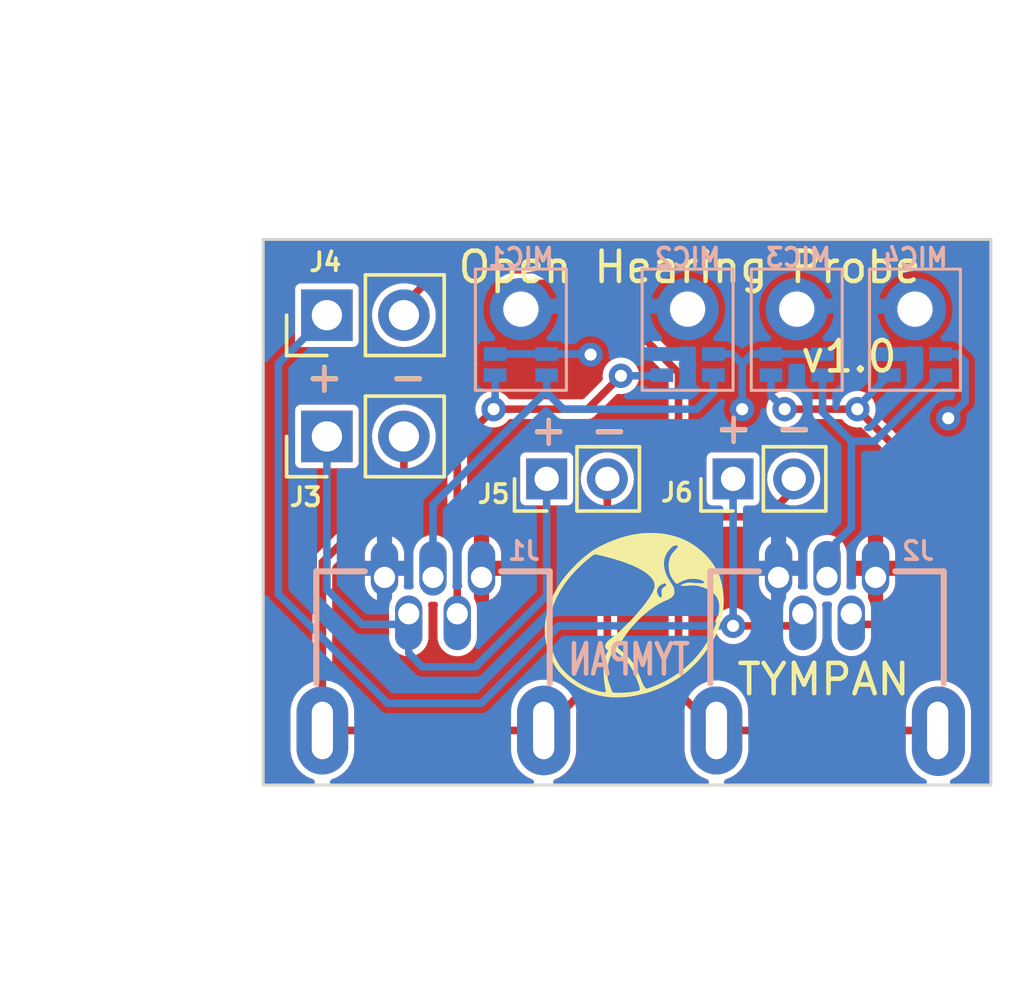
<source format=kicad_pcb>
(kicad_pcb (version 20240108) (generator "pcbnew") (generator_version "8.0")
  (layers (0 "F.Cu" signal) (31 "B.Cu" signal) (34 "B.Paste" user) (35 "F.Paste" user) (36 "B.SilkS" user "B.Silkscreen") (37 "F.SilkS" user "F.Silkscreen") (38 "B.Mask" user) (39 "F.Mask" user) (44 "Edge.Cuts" user))
  (net 0 "")
  (net 1 "VDD")
  (net 2 "/CLK_1")
  (net 3 "/DAT_1")
  (net 4 "/SPK1+")
  (net 5 "/SPK1-")
  (net 6 "GND")
  (net 7 "/CLK_2")
  (net 8 "/DAT_2")
  (net 9 "/SPK2+")
  (net 10 "/SPK2-")
  (footprint "Connector_PinHeader_2.54mm:PinHeader_1x02_P2.54mm_Vertical" (layer "F.Cu") (at 121.6 101.5 90)
    (property "Reference" "J3" (at -2 -0.7 0) (layer "F.SilkS") (effects (font (size 0.6 0.6) (thickness 0.125))))
    (property "Value" "Speaker_1")
    (fp_line (start -1.33 -1.33) (end 0 -1.33) (stroke (width 0.12)) (layer "F.SilkS"))
    (fp_line (start -1.33 0) (end -1.33 -1.33) (stroke (width 0.12)) (layer "F.SilkS"))
    (fp_line (start 1.33 1.27) (end 1.33 3.87) (stroke (width 0.12)) (layer "F.SilkS"))
    (fp_line (start -1.33 1.27) (end 1.33 1.27) (stroke (width 0.12)) (layer "F.SilkS"))
    (fp_line (start -1.33 1.27) (end -1.33 3.87) (stroke (width 0.12)) (layer "F.SilkS"))
    (fp_line (start -1.33 3.87) (end 1.33 3.87) (stroke (width 0.12)) (layer "F.SilkS"))
    (pad "1" thru_hole rect (at 0 0 90) (size 1.7 1.7) (drill 1) (layers "*.Cu" "*.Mask") (net 4 "/SPK1+"))
    (pad "2" thru_hole oval (at 0 2.54 90) (size 1.7 1.7) (drill 1) (layers "*.Cu" "*.Mask") (net 5 "/SPK1-"))
  )
  (footprint "Connector_PinHeader_2.00mm:PinHeader_1x02_P2.00mm_Vertical" (layer "F.Cu") (at 135 102.9 90)
    (property "Reference" "J6" (at -0.45 -1.85 0) (layer "F.SilkS") (effects (font (size 0.6 0.6) (thickness 0.125) (bold yes))))
    (property "Value" "Speaker_2")
    (fp_line (start -1.06 -1.06) (end 0 -1.06) (stroke (width 0.12)) (layer "F.SilkS"))
    (fp_line (start -1.06 0) (end -1.06 -1.06) (stroke (width 0.12)) (layer "F.SilkS"))
    (fp_line (start 1.06 1) (end 1.06 3.06) (stroke (width 0.12)) (layer "F.SilkS"))
    (fp_line (start -1.06 1) (end 1.06 1) (stroke (width 0.12)) (layer "F.SilkS"))
    (fp_line (start -1.06 1) (end -1.06 3.06) (stroke (width 0.12)) (layer "F.SilkS"))
    (fp_line (start -1.06 3.06) (end 1.06 3.06) (stroke (width 0.12)) (layer "F.SilkS"))
    (pad "1" thru_hole rect (at 0 0 90) (size 1.35 1.35) (drill 0.8) (layers "*.Cu" "*.Mask") (net 9 "/SPK2+"))
    (pad "2" thru_hole oval (at 0 2 90) (size 1.35 1.35) (drill 0.8) (layers "*.Cu" "*.Mask") (net 10 "/SPK2-"))
  )
  (footprint "Connector_PinHeader_2.00mm:PinHeader_1x02_P2.00mm_Vertical" (layer "F.Cu") (at 128.85 102.9 90)
    (property "Reference" "J5" (at -0.5 -1.75 0) (layer "F.SilkS") (effects (font (size 0.6 0.6) (thickness 0.125) (bold yes))))
    (property "Value" "Speaker_1")
    (fp_line (start -1.06 -1.06) (end 0 -1.06) (stroke (width 0.12)) (layer "F.SilkS"))
    (fp_line (start -1.06 0) (end -1.06 -1.06) (stroke (width 0.12)) (layer "F.SilkS"))
    (fp_line (start 1.06 1) (end 1.06 3.06) (stroke (width 0.12)) (layer "F.SilkS"))
    (fp_line (start -1.06 1) (end 1.06 1) (stroke (width 0.12)) (layer "F.SilkS"))
    (fp_line (start -1.06 1) (end -1.06 3.06) (stroke (width 0.12)) (layer "F.SilkS"))
    (fp_line (start -1.06 3.06) (end 1.06 3.06) (stroke (width 0.12)) (layer "F.SilkS"))
    (pad "1" thru_hole rect (at 0 0 90) (size 1.35 1.35) (drill 0.8) (layers "*.Cu" "*.Mask") (net 4 "/SPK1+"))
    (pad "2" thru_hole oval (at 0 2 90) (size 1.35 1.35) (drill 0.8) (layers "*.Cu" "*.Mask") (net 5 "/SPK1-"))
  )
  (footprint "Flywheel:TympanLOGO_6" (layer "F.Cu") (at 131.75 107.4)
    (property "Reference" "G***" (hide yes))
    (property "Value" "LOGO" (hide yes))
    (fp_poly (pts (xy 0.625452 -2.714662) (xy 0.700276 -2.712942) (xy 0.767831 -2.709851) (xy 0.830715 -2.705162) (xy 0.891531 -2.698647) (xy 0.952876 -2.690078) (xy 1.017351 -2.679228) (xy 1.073899 -2.668564) (xy 1.191339 -2.643439) (xy 1.300998 -2.615267) (xy 1.406459 -2.582882) (xy 1.5113 -2.545115) (xy 1.619103 -2.5008) (xy 1.700418 -2.46425) (xy 1.777306 -2.425317) (xy 1.860789 -2.376839) (xy 1.950042 -2.31933) (xy 2.044237 -2.253303) (xy 2.069259 -2.234935) (xy 2.193161 -2.13627) (xy 2.309343 -2.029796) (xy 2.41718 -1.916355) (xy 2.516047 -1.796791) (xy 2.605321 -1.671945) (xy 2.684376 -1.542661) (xy 2.752588 -1.409781) (xy 2.809331 -1.274148) (xy 2.833997 -1.203125) (xy 2.857954 -1.1202) (xy 2.879683 -1.027726) (xy 2.898807 -0.928519) (xy 2.914951 -0.825393) (xy 2.92774 -0.721162) (xy 2.936797 -0.618641) (xy 2.941746 -0.520643) (xy 2.942212 -0.429983) (xy 2.941224 -0.4) (xy 2.933538 -0.28294) (xy 2.921032 -0.164111) (xy 2.904209 -0.047013) (xy 2.88357 0.064858) (xy 2.859927 0.166814) (xy 2.821461 0.299835) (xy 2.775834 0.431424) (xy 2.724057 0.559172) (xy 2.667141 0.68067) (xy 2.606098 0.79351) (xy 2.575717 0.84375) (xy 2.558787 0.871088) (xy 2.538981 0.903647) (xy 2.519692 0.935831) (xy 2.513159 0.946875) (xy 2.468111 1.020115) (xy 2.415967 1.099246) (xy 2.358677 1.181532) (xy 2.298192 1.264235) (xy 2.236464 1.344619) (xy 2.179044 1.415625) (xy 2.129504 1.472702) (xy 2.071675 1.535092) (xy 2.007506 1.600935) (xy 1.938946 1.668368) (xy 1.867945 1.73553) (xy 1.796451 1.80056) (xy 1.726414 1.861594) (xy 1.659782 1.916773) (xy 1.628526 1.94145) (xy 1.476693 2.052273) (xy 1.315488 2.157023) (xy 1.147022 2.254573) (xy 0.973405 2.343794) (xy 0.796749 2.423557) (xy 0.619165 2.492735) (xy 0.556387 2.514504) (xy 0.521338 2.526168) (xy 0.489593 2.53647) (xy 0.459582 2.545824) (xy 0.429736 2.554644) (xy 0.398484 2.563344) (xy 0.364257 2.572337) (xy 0.325485 2.582038) (xy 0.280598 2.592861) (xy 0.228025 2.605219) (xy 0.166198 2.619526) (xy 0.103097 2.63401) (xy -0.002233 2.656665) (xy -0.101351 2.674703) (xy -0.197697 2.688523) (xy -0.294711 2.698523) (xy -0.395835 2.7051) (xy -0.50451 2.708655) (xy -0.54701 2.70928) (xy -0.595303 2.709695) (xy -0.640466 2.709907) (xy -0.680725 2.709922) (xy -0.714306 2.709745) (xy -0.739433 2.709382) (xy -0.754332 2.708838) (xy -0.756436 2.708653) (xy -0.770316 2.707125) (xy -0.793819 2.704664) (xy -0.824126 2.701562) (xy -0.858416 2.698107) (xy -0.874093 2.696545) (xy -1.043216 2.673507) (xy -1.21075 2.638272) (xy -1.376052 2.59111) (xy -1.538482 2.532288) (xy -1.697399 2.462073) (xy -1.852159 2.380735) (xy -2.002123 2.288541) (xy -2.146649 2.185759) (xy -2.203664 2.141039) (xy -2.257846 2.095325) (xy -2.315941 2.042767) (xy -2.37477 1.986448) (xy -2.431153 1.929453) (xy -2.48191 1.874866) (xy -2.503707 1.85) (xy -2.538178 1.80629) (xy -2.575537 1.752782) (xy -2.614626 1.691503) (xy -2.654288 1.624482) (xy -2.693366 1.553747) (xy -2.730702 1.481329) (xy -2.76514 1.409255) (xy -2.795523 1.339553) (xy -2.797211 1.335443) (xy -2.847928 1.197103) (xy -2.890074 1.051793) (xy -2.923145 0.902097) (xy -2.946634 0.750596) (xy -2.960037 0.599874) (xy -2.963167 0.4875) (xy -2.962394 0.443323) (xy -2.826103 0.443323) (xy -2.823534 0.592376) (xy -2.809896 0.742573) (xy -2.785389 0.892799) (xy -2.750211 1.041933) (xy -2.704562 1.18886) (xy -2.64864 1.332459) (xy -2.582645 1.471615) (xy -2.552746 1.52708) (xy -2.516734 1.58983) (xy -2.482926 1.644632) (xy -2.44943 1.693925) (xy -2.414357 1.740145) (xy -2.375815 1.785729) (xy -2.331913 1.833115) (xy -2.28076 1.88474) (xy -2.258013 1.90696) (xy -2.134195 2.019163) (xy -2.004698 2.120941) (xy -1.868749 2.212772) (xy -1.725579 2.295134) (xy -1.574414 2.368504) (xy -1.414483 2.433359) (xy -1.397219 2.43967) (xy -1.349597 2.455913) (xy -1.298447 2.471614) (xy -1.24544 2.486414) (xy -1.192248 2.499953) (xy -1.140545 2.511871) (xy -1.092001 2.521808) (xy -1.04829 2.529405) (xy -1.011083 2.534302) (xy -0.982054 2.536139) (xy -0.962874 2.534556) (xy -0.960123 2.533706) (xy -0.953078 2.525201) (xy -0.950587 2.506546) (xy -0.952661 2.477303) (xy -0.95931 2.437036) (xy -0.96304 2.41875) (xy -0.986757 2.288007) (xy -1.004722 2.146199) (xy -1.016936 1.993313) (xy -1.019222 1.93855) (xy -0.8969 1.93855) (xy -0.895737 1.987443) (xy -0.893371 2.03002) (xy -0.889776 2.063493) (xy -0.888925 2.06875) (xy -0.883423 2.0941) (xy -0.874576 2.12736) (xy -0.862974 2.166846) (xy -0.849206 2.210876) (xy -0.833862 2.257767) (xy -0.817533 2.305834) (xy -0.800807 2.353395) (xy -0.784276 2.398766) (xy -0.76853 2.440264) (xy -0.754157 2.476207) (xy -0.741749 2.504909) (xy -0.731895 2.52469) (xy -0.726207 2.533) (xy -0.711535 2.542945) (xy -0.693131 2.549991) (xy -0.693112 2.549995) (xy -0.678365 2.551879) (xy -0.653132 2.553362) (xy -0.61942 2.554443) (xy -0.579239 2.555126) (xy -0.534599 2.55541) (xy -0.487508 2.555298) (xy -0.439976 2.554789) (xy -0.394012 2.553887) (xy -0.351625 2.552591) (xy -0.314824 2.550903) (xy -0.296948 2.549753) (xy -0.242694 2.545185) (xy -0.186542 2.539417) (xy -0.129947 2.532691) (xy -0.074367 2.525247) (xy -0.021261 2.517323) (xy 0.027916 2.509161) (xy 0.071706 2.500999) (xy 0.108652 2.493078) (xy 0.137296 2.485637) (xy 0.156181 2.478917) (xy 0.163459 2.473971) (xy 0.171113 2.456653) (xy 0.173167 2.434997) (xy 0.169698 2.406236) (xy 0.165866 2.388106) (xy 0.146557 2.316003) (xy 0.120572 2.236126) (xy 0.088857 2.150608) (xy 0.05236 2.061586) (xy 0.012025 1.971192) (xy -0.0312 1.881562) (xy -0.07637 1.79483) (xy -0.122537 1.71313) (xy -0.161367 1.65) (xy -0.206247 1.583445) (xy -0.251455 1.523698) (xy -0.299035 1.468616) (xy -0.351031 1.416058) (xy -0.40949 1.36388) (xy -0.476457 1.30994) (xy -0.51103 1.283686) (xy -0.631338 1.19375) (xy -0.670444 1.193845) (xy -0.692125 1.19459) (xy -0.709058 1.196431) (xy -0.716575 1.198533) (xy -0.723359 1.20695) (xy -0.733753 1.224661) (xy -0.746636 1.249386) (xy -0.760891 1.278848) (xy -0.775398 1.310768) (xy -0.789039 1.342868) (xy -0.795794 1.359845) (xy -0.83376 1.468303) (xy -0.862572 1.574531) (xy -0.883483 1.683231) (xy -0.885552 1.696875) (xy -0.890026 1.735548) (xy -0.893423 1.78184) (xy -0.895718 1.832962) (xy -0.896885 1.886127) (xy -0.8969 1.93855) (xy -1.019222 1.93855) (xy -1.022918 1.85) (xy -1.024188 1.7661) (xy -1.023239 1.69226) (xy -1.0198 1.626192) (xy -1.0136 1.565607) (xy -1.004367 1.508218) (xy -0.991831 1.451736) (xy -0.975721 1.393875) (xy -0.964828 1.359375) (xy -0.952247 1.325441) (xy -0.935474 1.286408) (xy -0.916546 1.246574) (xy -0.897503 1.210242) (xy -0.881155 1.182875) (xy -0.867816 1.162626) (xy -0.882809 1.156928) (xy -0.908374 1.141544) (xy -0.93256 1.117027) (xy -0.95318 1.086717) (xy -0.968051 1.053953) (xy -0.968705 1.050946) (xy -0.553109 1.050946) (xy -0.549553 1.065913) (xy -0.536684 1.083788) (xy -0.52707 1.094436) (xy -0.507848 1.113629) (xy -0.48317 1.136349) (xy -0.457503 1.158526) (xy -0.450111 1.164598) (xy -0.427267 1.183681) (xy -0.398382 1.208706) (xy -0.36533 1.237962) (xy -0.329987 1.269738) (xy -0.294229 1.302322) (xy -0.25993 1.334003) (xy -0.228966 1.363068) (xy -0.203211 1.387806) (xy -0.184542 1.406506) (xy -0.181104 1.410141) (xy -0.122293 1.478335) (xy -0.06624 1.553599) (xy -0.012314 1.636989) (xy 0.040119 1.729561) (xy 0.091692 1.83237) (xy 0.143037 1.946474) (xy 0.149858 1.9625) (xy 0.164409 1.996875) (xy 0.178517 2.030168) (xy 0.190887 2.05932) (xy 0.200222 2.081273) (xy 0.202877 2.0875) (xy 0.210463 2.105735) (xy 0.221339 2.132506) (xy 0.234253 2.164702) (xy 0.247953 2.199212) (xy 0.253189 2.2125) (xy 0.270802 2.256524) (xy 0.285482 2.290853) (xy 0.298452 2.317582) (xy 0.310935 2.338803) (xy 0.324156 2.356612) (xy 0.339336 2.373101) (xy 0.356422 2.389213) (xy 0.394203 2.423394) (xy 0.467481 2.400034) (xy 0.504634 2.387795) (xy 0.54741 2.373093) (xy 0.589789 2.358023) (xy 0.617328 2.347876) (xy 0.808847 2.269461) (xy 0.994905 2.180468) (xy 1.174959 2.081323) (xy 1.348464 1.972451) (xy 1.514879 1.854276) (xy 1.67366 1.727224) (xy 1.824264 1.59172) (xy 1.966147 1.448188) (xy 2.098766 1.297054) (xy 2.221578 1.138741) (xy 2.292338 1.0375) (xy 2.36812 0.921762) (xy 2.435348 0.813107) (xy 2.494717 0.710203) (xy 2.546919 0.611723) (xy 2.592651 0.516335) (xy 2.632606 0.42271) (xy 2.667478 0.329519) (xy 2.677686 0.299545) (xy 2.710851 0.195915) (xy 2.738093 0.101779) (xy 2.759647 0.015749) (xy 2.775744 -0.06356) (xy 2.78662 -0.137536) (xy 2.792506 -0.207565) (xy 2.793636 -0.275033) (xy 2.790244 -0.341328) (xy 2.788566 -0.359375) (xy 2.777269 -0.433089) (xy 2.758522 -0.500015) (xy 2.731341 -0.562067) (xy 2.694741 -0.621159) (xy 2.647737 -0.679205) (xy 2.597709 -0.730253) (xy 2.555123 -0.767535) (xy 2.509437 -0.800856) (xy 2.45766 -0.832186) (xy 2.396801 -0.863494) (xy 2.391213 -0.866169) (xy 2.319702 -0.897081) (xy 2.242486 -0.924836) (xy 2.162965 -0.948485) (xy 2.084543 -0.967076) (xy 2.010622 -0.979662) (xy 1.969234 -0.98398) (xy 1.94212 -0.984996) (xy 1.906999 -0.984872) (xy 1.868306 -0.983691) (xy 1.830478 -0.981534) (xy 1.828575 -0.981394) (xy 1.769389 -0.977293) (xy 1.713612 -0.974056) (xy 1.662533 -0.97171) (xy 1.617437 -0.970287) (xy 1.579612 -0.969813) (xy 1.550346 -0.970319) (xy 1.530924 -0.971834) (xy 1.522635 -0.974387) (xy 1.522572 -0.974479) (xy 1.522062 -0.985893) (xy 1.532531 -0.998879) (xy 1.552648 -1.012821) (xy 1.581083 -1.027102) (xy 1.616504 -1.041107) (xy 1.657581 -1.05422) (xy 1.702983 -1.065825) (xy 1.733663 -1.072171) (xy 1.755338 -1.076096) (xy 1.773682 -1.078796) (xy 1.791184 -1.08028) (xy 1.810338 -1.080559) (xy 1.833636 -1.079642) (xy 1.863569 -1.077539) (xy 1.902629 -1.07426) (xy 1.918083 -1.07291) (xy 1.964512 -1.069111) (xy 2.014669 -1.065467) (xy 2.064194 -1.062266) (xy 2.108728 -1.059794) (xy 2.1349 -1.05864) (xy 2.190268 -1.057332) (xy 2.233768 -1.058096) (xy 2.265891 -1.061127) (xy 2.287129 -1.066618) (xy 2.297975 -1.074764) (xy 2.298922 -1.085759) (xy 2.290461 -1.099798) (xy 2.276145 -1.114353) (xy 2.25061 -1.134636) (xy 2.222012 -1.151474) (xy 2.188759 -1.165333) (xy 2.14926 -1.176675) (xy 2.101923 -1.185966) (xy 2.045157 -1.193669) (xy 1.9833 -1.199747) (xy 1.882387 -1.20224) (xy 1.783271 -1.192443) (xy 1.686564 -1.170508) (xy 1.592876 -1.136588) (xy 1.50282 -1.090837) (xy 1.471816 -1.071764) (xy 1.438858 -1.052438) (xy 1.412617 -1.04168) (xy 1.391281 -1.038918) (xy 1.377169 -1.041837) (xy 1.36656 -1.049505) (xy 1.350518 -1.065806) (xy 1.330481 -1.088926) (xy 1.307887 -1.117053) (xy 1.284172 -1.148376) (xy 1.260775 -1.181083) (xy 1.239133 -1.213361) (xy 1.231414 -1.225546) (xy 1.204684 -1.271461) (xy 1.182858 -1.316117) (xy 1.165281 -1.36181) (xy 1.151298 -1.410831) (xy 1.14025 -1.465475) (xy 1.131484 -1.528035) (xy 1.124459 -1.599407) (xy 1.1217 -1.63412) (xy 1.120318 -1.660499) (xy 1.120554 -1.682521) (xy 1.122648 -1.704163) (xy 1.126842 -1.729404) (xy 1.133376 -1.762221) (xy 1.134719 -1.76875) (xy 1.149139 -1.833506) (xy 1.164224 -1.888355) (xy 1.181303 -1.935872) (xy 1.201705 -1.978633) (xy 1.226759 -2.019212) (xy 1.257793 -2.060185) (xy 1.296138 -2.104128) (xy 1.3221 -2.131832) (xy 1.357064 -2.169107) (xy 1.383718 -2.199173) (xy 1.402967 -2.223272) (xy 1.415716 -2.242647) (xy 1.422868 -2.258538) (xy 1.425328 -2.272186) (xy 1.425351 -2.273617) (xy 1.419754 -2.288727) (xy 1.403958 -2.298991) (xy 1.379452 -2.303996) (xy 1.347729 -2.303331) (xy 1.328214 -2.300485) (xy 1.30553 -2.294915) (xy 1.284507 -2.286207) (xy 1.263018 -2.272934) (xy 1.238936 -2.253668) (xy 1.210134 -2.226984) (xy 1.191936 -2.209053) (xy 1.126698 -2.136279) (xy 1.072403 -2.059485) (xy 1.029423 -1.97937) (xy 0.998131 -1.896632) (xy 0.9789 -1.811967) (xy 0.978499 -1.809304) (xy 0.972898 -1.766864) (xy 0.969995 -1.730244) (xy 0.969787 -1.695079) (xy 0.972269 -1.657002) (xy 0.977438 -1.611647) (xy 0.978304 -1.605008) (xy 0.993522 -1.518765) (xy 1.016507 -1.434187) (xy 1.047927 -1.349643) (xy 1.088449 -1.263501) (xy 1.138737 -1.174132) (xy 1.182826 -1.104668) (xy 1.220035 -1.047178) (xy 1.249954 -0.997599) (xy 1.273283 -0.954227) (xy 1.29072 -0.915357) (xy 1.302966 -0.879286) (xy 1.310719 -0.844309) (xy 1.31468 -0.808722) (xy 1.315579 -0.78125) (xy 1.315511 -0.751146) (xy 1.314432 -0.72982) (xy 1.311629 -0.713552) (xy 1.306393 -0.698625) (xy 1.298012 -0.68132) (xy 1.295585 -0.676649) (xy 1.26622 -0.631657) (xy 1.227283 -0.591322) (xy 1.178043 -0.555072) (xy 1.117767 -0.522335) (xy 1.07335 -0.503079) (xy 0.942528 -0.445901) (xy 0.813832 -0.379542) (xy 0.686463 -0.303464) (xy 0.559619 -0.217134) (xy 0.432501 -0.120014) (xy 0.30431 -0.01157) (xy 0.208572 0.076015) (xy 0.103746 0.17897) (xy -0.000875 0.289509) (xy -0.101428 0.403414) (xy -0.18846 0.509375) (xy -0.205088 0.531184) (xy -0.226678 0.560662) (xy -0.252224 0.59634) (xy -0.280722 0.636749) (xy -0.311168 0.680419) (xy -0.342557 0.725881) (xy -0.373885 0.771665) (xy -0.404146 0.816303) (xy -0.432336 0.858326) (xy -0.45745 0.896263) (xy -0.478484 0.928646) (xy -0.494433 0.954005) (xy -0.504293 0.970871) (xy -0.505197 0.972602) (xy -0.517066 0.993242) (xy -0.530252 1.012462) (xy -0.533352 1.016352) (xy -0.547619 1.035542) (xy -0.553109 1.050946) (xy -0.968705 1.050946) (xy -0.974986 1.022078) (xy -0.97523 1.015625) (xy -0.969867 0.984437) (xy -0.954513 0.948951) (xy -0.930266 0.910636) (xy -0.898228 0.870963) (xy -0.859499 0.831401) (xy -0.815179 0.79342) (xy -0.800488 0.782205) (xy -0.735803 0.732342) (xy -0.664602 0.6741) (xy -0.588279 0.608779) (xy -0.508229 0.537681) (xy -0.425848 0.462105) (xy -0.342529 0.383352) (xy -0.259668 0.302724) (xy -0.178659 0.22152) (xy -0.100896 0.141041) (xy -0.027776 0.062589) (xy -0.021881 0.056123) (xy 0.07529 -0.052564) (xy 0.166179 -0.158107) (xy 0.250468 -0.260048) (xy 0.327839 -0.357929) (xy 0.397971 -0.451291) (xy 0.460548 -0.539676) (xy 0.515249 -0.622627) (xy 0.561756 -0.699685) (xy 0.59975 -0.770391) (xy 0.616877 -0.807917) (xy 0.740538 -0.807917) (xy 0.741327 -0.774684) (xy 0.749162 -0.739583) (xy 0.764566 -0.69963) (xy 0.775103 -0.677239) (xy 0.796398 -0.639479) (xy 0.817906 -0.611749) (xy 0.838944 -0.594525) (xy 0.858831 -0.588278) (xy 0.876885 -0.593484) (xy 0.885187 -0.600722) (xy 0.891021 -0.608931) (xy 0.894283 -0.619502) (xy 0.895401 -0.63554) (xy 0.894802 -0.660151) (xy 0.894439 -0.667909) (xy 0.892512 -0.71646) (xy 0.891673 -0.760228) (xy 0.891909 -0.797346) (xy 0.893204 -0.825948) (xy 0.895543 -0.844167) (xy 0.895867 -0.845471) (xy 0.905929 -0.865751) (xy 0.925069 -0.889343) (xy 0.951167 -0.914004) (xy 0.9821 -0.937492) (xy 0.984392 -0.939034) (xy 1.012781 -0.959377) (xy 1.031188 -0.976283) (xy 1.041064 -0.991367) (xy 1.043868 -1.005169) (xy 1.038795 -1.021066) (xy 1.025932 -1.037433) (xy 1.009223 -1.05043) (xy 0.992614 -1.056214) (xy 0.991406 -1.05625) (xy 0.978068 -1.053143) (xy 0.956904 -1.044762) (xy 0.930654 -1.03252) (xy 0.902057 -1.017831) (xy 0.87385 -1.002106) (xy 0.848774 -0.986759) (xy 0.829566 -0.973203) (xy 0.828055 -0.971986) (xy 0.7932 -0.936107) (xy 0.765373 -0.892666) (xy 0.747177 -0.845794) (xy 0.746276 -0.842267) (xy 0.740538 -0.807917) (xy 0.616877 -0.807917) (xy 0.628913 -0.834289) (xy 0.648925 -0.890919) (xy 0.655641 -0.917496) (xy 0.661963 -0.977091) (xy 0.655924 -1.037492) (xy 0.63763 -1.098509) (xy 0.607183 -1.159955) (xy 0.564686 -1.221638) (xy 0.510245 -1.283372) (xy 0.443961 -1.344966) (xy 0.403224 -1.378146) (xy 0.321011 -1.437243) (xy 0.226879 -1.49551) (xy 0.120714 -1.553007) (xy 0.0024 -1.609792) (xy -0.128176 -1.665921) (xy -0.271128 -1.721455) (xy -0.271849 -1.721721) (xy -0.330524 -1.742879) (xy -0.39661 -1.765746) (xy -0.466813 -1.789249) (xy -0.537841 -1.812317) (xy -0.606401 -1.833875) (xy -0.669198 -1.852852) (xy -0.712675 -1.865342) (xy -0.728866 -1.869848) (xy -0.75407 -1.876859) (xy -0.785257 -1.885533) (xy -0.819395 -1.895024) (xy -0.831455 -1.898377) (xy -0.868083 -1.908337) (xy -0.911541 -1.919793) (xy -0.959672 -1.932209) (xy -1.010319 -1.945051) (xy -1.061323 -1.957783) (xy -1.110527 -1.969869) (xy -1.155774 -1.980775) (xy -1.194906 -1.989965) (xy -1.225764 -1.996903) (xy -1.242492 -2.000367) (xy -1.266827 -2.004644) (xy -1.287612 -2.006746) (xy -1.306504 -2.005956) (xy -1.325159 -2.001555) (xy -1.345234 -1.992824) (xy -1.368384 -1.979045) (xy -1.396268 -1.959501) (xy -1.43054 -1.933471) (xy -1.472237 -1.900729) (xy -1.599836 -1.795536) (xy -1.726648 -1.682619) (xy -1.850484 -1.564155) (xy -1.969158 -1.442323) (xy -2.080482 -1.3193) (xy -2.182268 -1.197265) (xy -2.194949 -1.18125) (xy -2.280786 -1.067055) (xy -2.362612 -0.94811) (xy -2.439115 -0.826608) (xy -2.508985 -0.704739) (xy -2.57091 -0.584695) (xy -2.62358 -0.468668) (xy -2.628749 -0.45625) (xy -2.657436 -0.383916) (xy -2.683109 -0.312873) (xy -2.706351 -0.241016) (xy -2.727743 -0.16624) (xy -2.747868 -0.086441) (xy -2.767307 0.000488) (xy -2.786643 0.096649) (xy -2.79724 0.153125) (xy -2.817405 0.296533) (xy -2.826103 0.443323) (xy -2.962394 0.443323) (xy -2.962211 0.43286) (xy -2.95952 0.373619) (xy -2.955357 0.312854) (xy -2.949986 0.253636) (xy -2.943671 0.199042) (xy -2.936674 0.152145) (xy -2.932547 0.130346) (xy -2.926573 0.100952) (xy -2.921145 0.072655) (xy -2.917142 0.050094) (xy -2.916141 0.04375) (xy -2.907521 -0.005682) (xy -2.895102 -0.064032) (xy -2.879565 -0.12855) (xy -2.861591 -0.196483) (xy -2.841859 -0.265081) (xy -2.831161 -0.3) (xy -2.787005 -0.426752) (xy -2.732931 -0.557621) (xy -2.669951 -0.690659) (xy -2.599078 -0.823917) (xy -2.521326 -0.955447) (xy -2.437707 -1.0833) (xy -2.386008 -1.15625) (xy -2.281215 -1.292554) (xy -2.166048 -1.429228) (xy -2.042428 -1.56437) (xy -1.912276 -1.696074) (xy -1.777512 -1.822435) (xy -1.640057 -1.941549) (xy -1.501833 -2.051512) (xy -1.428595 -2.105663) (xy -1.39164 -2.131552) (xy -1.354262 -2.156194) (xy -1.314789 -2.18054) (xy -1.271546 -2.205541) (xy -1.222859 -2.232148) (xy -1.167054 -2.261312) (xy -1.102457 -2.293983) (xy -1.059636 -2.315244) (xy -0.867262 -2.405024) (xy -0.677234 -2.483081) (xy -0.488526 -2.549728) (xy -0.30011 -2.605277) (xy -0.110961 -2.650041) (xy 0.079948 -2.684334) (xy 0.206301 -2.701254) (xy 0.243147 -2.705342) (xy 0.276976 -2.708577) (xy 0.310004 -2.71105) (xy 0.344449 -2.712855) (xy 0.382526 -2.714083) (xy 0.426454 -2.714828) (xy 0.478448 -2.715183) (xy 0.540725 -2.71524) (xy 0.540758 -2.71524)) (fill solid) (layer "F.SilkS"))
  )
  (footprint "Connector_PinHeader_2.54mm:PinHeader_1x02_P2.54mm_Vertical" (layer "F.Cu") (at 121.6 97.5 90)
    (property "Reference" "J4" (at 1.75 -0.05 0) (layer "F.SilkS") (effects (font (size 0.6 0.6) (thickness 0.125))))
    (property "Value" "Speaker_2")
    (fp_line (start -1.33 -1.33) (end 0 -1.33) (stroke (width 0.12)) (layer "F.SilkS"))
    (fp_line (start -1.33 0) (end -1.33 -1.33) (stroke (width 0.12)) (layer "F.SilkS"))
    (fp_line (start 1.33 1.27) (end 1.33 3.87) (stroke (width 0.12)) (layer "F.SilkS"))
    (fp_line (start -1.33 1.27) (end 1.33 1.27) (stroke (width 0.12)) (layer "F.SilkS"))
    (fp_line (start -1.33 1.27) (end -1.33 3.87) (stroke (width 0.12)) (layer "F.SilkS"))
    (fp_line (start -1.33 3.87) (end 1.33 3.87) (stroke (width 0.12)) (layer "F.SilkS"))
    (pad "1" thru_hole rect (at 0 0 90) (size 1.7 1.7) (drill 1) (layers "*.Cu" "*.Mask") (net 9 "/SPK2+"))
    (pad "2" thru_hole oval (at 0 2.54 90) (size 1.7 1.7) (drill 1) (layers "*.Cu" "*.Mask") (net 10 "/SPK2-"))
  )
  (footprint "Flywheel:IM69D130" (layer "B.Cu") (at 137.1 97.3 90)
    (property "Reference" "MIC3" (at 1.7 0.05 0) (layer "B.SilkS") (effects (font (size 0.6 0.6) (thickness 0.125)) (justify mirror)))
    (property "Value" "IM72D128")
    (fp_line (start 1.32 -1.5) (end -2.68 -1.5) (stroke (width 0.1)) (layer "B.SilkS"))
    (fp_line (start -2.68 -1.5) (end -2.68 1.5) (stroke (width 0.1)) (layer "B.SilkS"))
    (fp_line (start 1.32 1.5) (end 1.32 -1.5) (stroke (width 0.1)) (layer "B.SilkS"))
    (fp_line (start -2.68 1.5) (end 1.32 1.5) (stroke (width 0.1)) (layer "B.SilkS"))
    (pad "" np_thru_hole circle (at 0 0 90) (size 0.8 0.8) (drill 0.8) (layers "*.Cu" "*.Mask"))
    (pad "1" smd rect (at -2.18 0.85 90) (size 0.45 0.75) (layers "B.Cu" "B.Mask") (net 8 "/DAT_2"))
    (pad "2" smd rect (at -1.48 0.85 90) (size 0.45 0.75) (layers "B.Cu" "B.Mask") (net 1 "VDD"))
    (pad "3" smd rect (at -2.18 -0.85 90) (size 0.45 0.75) (layers "B.Cu" "B.Mask") (net 7 "/CLK_2"))
    (pad "4" smd rect (at -1.48 -0.85 90) (size 0.45 0.75) (layers "B.Cu" "B.Mask") (net 1 "VDD"))
    (pad "5" smd custom (at 0.805 0 90) (size 0.4 0.4) (layers "B.Cu" "B.Mask") (net 6 "GND") (options (clearance outline) (anchor circle)) (primitives (gr_circle (center -0.805 0) (end 0 0) (width 0.45) (fill no))))
  )
  (footprint "Flywheel:IM69D130" (layer "B.Cu") (at 128 97.3 90)
    (property "Reference" "MIC1" (at 1.7 0 0) (layer "B.SilkS") (effects (font (size 0.6 0.6) (thickness 0.125)) (justify mirror)))
    (property "Value" "IM72D128")
    (fp_line (start 1.32 -1.5) (end -2.68 -1.5) (stroke (width 0.1)) (layer "B.SilkS"))
    (fp_line (start -2.68 -1.5) (end -2.68 1.5) (stroke (width 0.1)) (layer "B.SilkS"))
    (fp_line (start 1.32 1.5) (end 1.32 -1.5) (stroke (width 0.1)) (layer "B.SilkS"))
    (fp_line (start -2.68 1.5) (end 1.32 1.5) (stroke (width 0.1)) (layer "B.SilkS"))
    (pad "" np_thru_hole circle (at 0 0 90) (size 0.8 0.8) (drill 0.8) (layers "*.Cu" "*.Mask"))
    (pad "1" smd rect (at -2.18 0.85 90) (size 0.45 0.75) (layers "B.Cu" "B.Mask") (net 3 "/DAT_1"))
    (pad "2" smd rect (at -1.48 0.85 90) (size 0.45 0.75) (layers "B.Cu" "B.Mask") (net 1 "VDD"))
    (pad "3" smd rect (at -2.18 -0.85 90) (size 0.45 0.75) (layers "B.Cu" "B.Mask") (net 2 "/CLK_1"))
    (pad "4" smd rect (at -1.48 -0.85 90) (size 0.45 0.75) (layers "B.Cu" "B.Mask") (net 1 "VDD"))
    (pad "5" smd custom (at 0.805 0 90) (size 0.4 0.4) (layers "B.Cu" "B.Mask") (net 6 "GND") (options (clearance outline) (anchor circle)) (primitives (gr_circle (center -0.805 0) (end 0 0) (width 0.45) (fill no))))
  )
  (footprint "Flywheel:IM69D130" (layer "B.Cu") (at 133.5 97.3 90)
    (property "Reference" "MIC2" (at 1.7 0 0) (layer "B.SilkS") (effects (font (size 0.6 0.6) (thickness 0.125)) (justify mirror)))
    (property "Value" "IM72D128")
    (fp_line (start 1.32 -1.5) (end -2.68 -1.5) (stroke (width 0.1)) (layer "B.SilkS"))
    (fp_line (start -2.68 -1.5) (end -2.68 1.5) (stroke (width 0.1)) (layer "B.SilkS"))
    (fp_line (start 1.32 1.5) (end 1.32 -1.5) (stroke (width 0.1)) (layer "B.SilkS"))
    (fp_line (start -2.68 1.5) (end 1.32 1.5) (stroke (width 0.1)) (layer "B.SilkS"))
    (pad "" np_thru_hole circle (at 0 0 90) (size 0.8 0.8) (drill 0.8) (layers "*.Cu" "*.Mask"))
    (pad "1" smd rect (at -2.18 0.85 90) (size 0.45 0.75) (layers "B.Cu" "B.Mask") (net 3 "/DAT_1"))
    (pad "2" smd rect (at -1.48 0.85 90) (size 0.45 0.75) (layers "B.Cu" "B.Mask") (net 1 "VDD"))
    (pad "3" smd rect (at -2.18 -0.85 90) (size 0.45 0.75) (layers "B.Cu" "B.Mask") (net 2 "/CLK_1"))
    (pad "4" smd rect (at -1.48 -0.85 90) (size 0.45 0.75) (layers "B.Cu" "B.Mask") (net 6 "GND"))
    (pad "5" smd custom (at 0.805 0 90) (size 0.4 0.4) (layers "B.Cu" "B.Mask") (net 6 "GND") (options (clearance outline) (anchor circle)) (primitives (gr_circle (center -0.805 0) (end 0 0) (width 0.45) (fill no))))
  )
  (footprint "Flywheel:MOLEX_56579-0519" (layer "B.Cu") (at 138.1 111.2 90)
    (property "Reference" "J2" (at 5.925 3 0) (layer "B.SilkS") (effects (font (size 0.6 0.6) (thickness 0.125) (bold yes)) (justify mirror)))
    (property "Value" "USB_B_Mini")
    (fp_line (start -0.6 -4.25) (end 0.6 -4.25) (stroke (width 0.5)) (layer "B.Cu"))
    (fp_line (start 0.6 -3.05) (end -0.6 -3.05) (stroke (width 0.5)) (layer "B.Cu"))
    (fp_line (start -0.624264 3.075736) (end 0.575736 3.075736) (stroke (width 0.5)) (layer "B.Cu"))
    (fp_line (start 0.575736 4.275736) (end -0.624264 4.275736) (stroke (width 0.5)) (layer "B.Cu"))
    (fp_arc (start 0.6 -4.25) (mid 1.024264 -4.074264) (end 1.2 -3.65) (stroke (width 0.5)) (layer "B.Cu"))
    (fp_arc (start 1.2 -3.65) (mid 1.024264 -3.225736) (end 0.6 -3.05) (stroke (width 0.5)) (layer "B.Cu"))
    (fp_arc (start -1.2 -3.65) (mid -1.024264 -4.074264) (end -0.6 -4.25) (stroke (width 0.5)) (layer "B.Cu"))
    (fp_arc (start -0.6 -3.05) (mid -1.024263 -3.225737) (end -1.2 -3.65) (stroke (width 0.5)) (layer "B.Cu"))
    (fp_arc (start 0.575736 3.075736) (mid 1 3.251472) (end 1.175736 3.675736) (stroke (width 0.5)) (layer "B.Cu"))
    (fp_arc (start 1.175736 3.675736) (mid 1 4.1) (end 0.575736 4.275736) (stroke (width 0.5)) (layer "B.Cu"))
    (fp_arc (start -1.224264 3.675736) (mid -1.048528 3.251472) (end -0.624264 3.075736) (stroke (width 0.5)) (layer "B.Cu"))
    (fp_arc (start -0.624264 4.275736) (mid -1.048527 4.099999) (end -1.224264 3.675736) (stroke (width 0.5)) (layer "B.Cu"))
    (fp_line (start 5.25 -3.85) (end 1.55 -3.85) (stroke (width 0.2)) (layer "B.SilkS"))
    (fp_line (start 5.25 -3.85) (end 5.25 -2.25) (stroke (width 0.2)) (layer "B.SilkS"))
    (fp_line (start 5.25 2.25) (end 5.25 3.85) (stroke (width 0.2)) (layer "B.SilkS"))
    (fp_line (start 5.25 3.85) (end 1.55 3.85) (stroke (width 0.2)) (layer "B.SilkS"))
    (pad "1" thru_hole oval (at 5.05 1.6 90) (size 1.8 0.9) (drill 0.7 (offset 0.3 0)) (layers "*.Cu" "*.Mask") (net 1 "VDD"))
    (pad "2" thru_hole oval (at 3.85 0.8 90) (size 1.8 0.9) (drill 0.7 (offset -0.3 0)) (layers "*.Cu" "*.Mask") (net 7 "/CLK_2"))
    (pad "3" thru_hole oval (at 5.05 0 90) (size 1.8 0.9) (drill 0.7 (offset 0.3 0)) (layers "*.Cu" "*.Mask") (net 8 "/DAT_2"))
    (pad "4" thru_hole oval (at 3.85 -0.8 90) (size 1.8 0.9) (drill 0.7 (offset -0.3 0)) (layers "*.Cu" "*.Mask") (net 9 "/SPK2+"))
    (pad "5" thru_hole oval (at 5.05 -1.6 90) (size 1.8 0.9) (drill 0.7 (offset 0.3 0)) (layers "*.Cu" "*.Mask") (net 6 "GND"))
    (pad "6" thru_hole oval (at 0 -3.65 90) (size 2.9 1.7) (drill oval 1.9 0.7) (layers "*.Cu" "*.Mask") (net 10 "/SPK2-"))
    (pad "6" thru_hole oval (at 0 3.65 90) (size 2.95 1.75) (drill oval 1.9 0.7 (offset -0.025 0.025)) (layers "*.Cu" "*.Mask") (net 10 "/SPK2-"))
  )
  (footprint "Flywheel:MOLEX_56579-0519" (layer "B.Cu") (at 125.1 111.2 90)
    (property "Reference" "J1" (at 5.925 3 0) (layer "B.SilkS") (effects (font (size 0.6 0.6) (thickness 0.125) (bold yes)) (justify mirror)))
    (property "Value" "USB_B_Mini")
    (fp_line (start -0.6 -4.25) (end 0.6 -4.25) (stroke (width 0.5)) (layer "B.Cu"))
    (fp_line (start 0.6 -3.05) (end -0.6 -3.05) (stroke (width 0.5)) (layer "B.Cu"))
    (fp_line (start -0.624264 3.075736) (end 0.575736 3.075736) (stroke (width 0.5)) (layer "B.Cu"))
    (fp_line (start 0.575736 4.275736) (end -0.624264 4.275736) (stroke (width 0.5)) (layer "B.Cu"))
    (fp_arc (start 0.6 -4.25) (mid 1.024264 -4.074264) (end 1.2 -3.65) (stroke (width 0.5)) (layer "B.Cu"))
    (fp_arc (start 1.2 -3.65) (mid 1.024264 -3.225736) (end 0.6 -3.05) (stroke (width 0.5)) (layer "B.Cu"))
    (fp_arc (start -1.2 -3.65) (mid -1.024264 -4.074264) (end -0.6 -4.25) (stroke (width 0.5)) (layer "B.Cu"))
    (fp_arc (start -0.6 -3.05) (mid -1.024263 -3.225737) (end -1.2 -3.65) (stroke (width 0.5)) (layer "B.Cu"))
    (fp_arc (start 0.575736 3.075736) (mid 1 3.251472) (end 1.175736 3.675736) (stroke (width 0.5)) (layer "B.Cu"))
    (fp_arc (start 1.175736 3.675736) (mid 1 4.1) (end 0.575736 4.275736) (stroke (width 0.5)) (layer "B.Cu"))
    (fp_arc (start -1.224264 3.675736) (mid -1.048528 3.251472) (end -0.624264 3.075736) (stroke (width 0.5)) (layer "B.Cu"))
    (fp_arc (start -0.624264 4.275736) (mid -1.048527 4.099999) (end -1.224264 3.675736) (stroke (width 0.5)) (layer "B.Cu"))
    (fp_line (start 5.25 -3.85) (end 1.55 -3.85) (stroke (width 0.2)) (layer "B.SilkS"))
    (fp_line (start 5.25 -3.85) (end 5.25 -2.25) (stroke (width 0.2)) (layer "B.SilkS"))
    (fp_line (start 5.25 2.25) (end 5.25 3.85) (stroke (width 0.2)) (layer "B.SilkS"))
    (fp_line (start 5.25 3.85) (end 1.55 3.85) (stroke (width 0.2)) (layer "B.SilkS"))
    (pad "1" thru_hole oval (at 5.05 1.6 90) (size 1.8 0.9) (drill 0.7 (offset 0.3 0)) (layers "*.Cu" "*.Mask") (net 1 "VDD"))
    (pad "2" thru_hole oval (at 3.85 0.8 90) (size 1.8 0.9) (drill 0.7 (offset -0.3 0)) (layers "*.Cu" "*.Mask") (net 2 "/CLK_1"))
    (pad "3" thru_hole oval (at 5.05 0 90) (size 1.8 0.9) (drill 0.7 (offset 0.3 0)) (layers "*.Cu" "*.Mask") (net 3 "/DAT_1"))
    (pad "4" thru_hole oval (at 3.85 -0.8 90) (size 1.8 0.9) (drill 0.7 (offset -0.3 0)) (layers "*.Cu" "*.Mask") (net 4 "/SPK1+"))
    (pad "5" thru_hole oval (at 5.05 -1.6 90) (size 1.8 0.9) (drill 0.7 (offset 0.3 0)) (layers "*.Cu" "*.Mask") (net 6 "GND"))
    (pad "6" thru_hole oval (at 0 -3.65 90) (size 2.9 1.7) (drill oval 1.9 0.7) (layers "*.Cu" "*.Mask") (net 5 "/SPK1-"))
    (pad "6" thru_hole oval (at 0 3.65 90) (size 2.95 1.75) (drill oval 1.9 0.7) (layers "*.Cu" "*.Mask") (net 5 "/SPK1-"))
  )
  (footprint "Flywheel:IM69D130" (layer "B.Cu") (at 141 97.3 90)
    (property "Reference" "MIC4" (at 1.7 0 0) (layer "B.SilkS") (effects (font (size 0.6 0.6) (thickness 0.125)) (justify mirror)))
    (property "Value" "IM72D128")
    (fp_line (start 1.32 -1.5) (end -2.68 -1.5) (stroke (width 0.1)) (layer "B.SilkS"))
    (fp_line (start -2.68 -1.5) (end -2.68 1.5) (stroke (width 0.1)) (layer "B.SilkS"))
    (fp_line (start 1.32 1.5) (end 1.32 -1.5) (stroke (width 0.1)) (layer "B.SilkS"))
    (fp_line (start -2.68 1.5) (end 1.32 1.5) (stroke (width 0.1)) (layer "B.SilkS"))
    (pad "" np_thru_hole circle (at 0 0 90) (size 0.8 0.8) (drill 0.8) (layers "*.Cu" "*.Mask"))
    (pad "1" smd rect (at -2.18 0.85 90) (size 0.45 0.75) (layers "B.Cu" "B.Mask") (net 8 "/DAT_2"))
    (pad "2" smd rect (at -1.48 0.85 90) (size 0.45 0.75) (layers "B.Cu" "B.Mask") (net 1 "VDD"))
    (pad "3" smd rect (at -2.18 -0.85 90) (size 0.45 0.75) (layers "B.Cu" "B.Mask") (net 7 "/CLK_2"))
    (pad "4" smd rect (at -1.48 -0.85 90) (size 0.45 0.75) (layers "B.Cu" "B.Mask") (net 6 "GND"))
    (pad "5" smd custom (at 0.805 0 90) (size 0.4 0.4) (layers "B.Cu" "B.Mask") (net 6 "GND") (options (clearance outline) (anchor circle)) (primitives (gr_circle (center -0.805 0) (end 0 0) (width 0.45) (fill no))))
  )
  (gr_line (start 119.5 95) (end 143.5 95) (stroke (width 0.1)) (layer "Edge.Cuts"))
  (gr_line (start 143.5 113) (end 119.5 113) (stroke (width 0.1)) (layer "Edge.Cuts"))
  (gr_line (start 119.5 113) (end 119.5 95) (stroke (width 0.1)) (layer "Edge.Cuts"))
  (gr_line (start 143.5 95) (end 143.5 113) (stroke (width 0.1)) (layer "Edge.Cuts"))
  (gr_text "+  -" (at 120.8 99.1 180) (layer "B.SilkS") (effects (font (size 1 1)) (justify left bottom mirror)))
  (gr_text "TYMPAN" (at 133.65 109.45 0) (layer "B.SilkS") (effects (font (size 1 0.7)) (justify left bottom mirror)))
  (gr_text "+ -" (at 128.2 100.85 180) (layer "B.SilkS") (effects (font (size 1 1)) (justify left bottom mirror)))
  (gr_text "+ -" (at 134.3 100.75 180) (layer "B.SilkS") (effects (font (size 1 1)) (justify left bottom mirror)))
  (gr_text "+  -" (at 120.8 100.1 0) (layer "F.SilkS") (effects (font (size 1 1)) (justify left bottom)))
  (gr_text "Open Hearing Probe" (at 125.85 96.5 0) (layer "F.SilkS") (effects (font (size 1 1)) (justify left bottom)))
  (gr_text "TYMPAN" (at 135.05 110.1 0) (layer "F.SilkS") (effects (font (size 1 1)) (justify left bottom)))
  (gr_text "+ -" (at 128.2 101.85 0) (layer "F.SilkS") (effects (font (size 1 1)) (justify left bottom)))
  (gr_text "+ -" (at 134.3 101.8 0) (layer "F.SilkS") (effects (font (size 1 1)) (justify left bottom)))
  (gr_text "v1.0" (at 137.15 99.45 0) (layer "F.SilkS") (effects (font (size 1 1)) (justify left bottom)))
  (via (at 135.3 100.6) (size 0.8) (drill 0.4) (layers "F.Cu" "B.Cu") (net 1))
  (via (at 130.3 98.8) (size 0.8) (drill 0.4) (layers "F.Cu" "B.Cu") (net 1))
  (via (at 142.1 100.9) (size 0.8) (drill 0.4) (layers "F.Cu" "B.Cu") (net 1))
  (segment (start 135.3 99.105) (end 135.3 100.6) (width 0.25) (layer "B.Cu") (net 1))
  (segment (start 136.25 98.78) (end 135.625 98.78) (width 0.25) (layer "B.Cu") (net 1))
  (segment (start 142.1 100.9) (end 142.65 100.35) (width 0.25) (layer "B.Cu") (net 1))
  (segment (start 134.975 98.78) (end 135.3 99.105) (width 0.25) (layer "B.Cu") (net 1))
  (segment (start 127.15 98.78) (end 128.85 98.78) (width 0.25) (layer "B.Cu") (net 1))
  (segment (start 134.35 98.78) (end 134.975 98.78) (width 0.25) (layer "B.Cu") (net 1))
  (segment (start 130.28 98.78) (end 128.85 98.78) (width 0.25) (layer "B.Cu") (net 1))
  (segment (start 137.95 98.78) (end 136.25 98.78) (width 0.25) (layer "B.Cu") (net 1))
  (segment (start 130.3 98.8) (end 130.28 98.78) (width 0.25) (layer "B.Cu") (net 1))
  (segment (start 142.65 99.03) (end 142.4 98.78) (width 0.25) (layer "B.Cu") (net 1))
  (segment (start 135.625 98.78) (end 135.3 99.105) (width 0.25) (layer "B.Cu") (net 1))
  (segment (start 142.4 98.78) (end 141.85 98.78) (width 0.25) (layer "B.Cu") (net 1))
  (segment (start 142.65 100.35) (end 142.65 99.03) (width 0.25) (layer "B.Cu") (net 1))
  (segment (start 130.2 100.6) (end 131.3 99.5) (width 0.25) (layer "F.Cu") (net 2))
  (segment (start 127.1 100.6) (end 130.2 100.6) (width 0.25) (layer "F.Cu") (net 2))
  (segment (start 125.9 101.8) (end 127.1 100.6) (width 0.25) (layer "F.Cu") (net 2))
  (segment (start 125.9 107.35) (end 125.9 101.8) (width 0.25) (layer "F.Cu") (net 2))
  (via (at 127.1 100.6) (size 0.8) (drill 0.4) (layers "F.Cu" "B.Cu") (net 2))
  (via (at 131.3 99.5) (size 0.8) (drill 0.4) (layers "F.Cu" "B.Cu") (net 2))
  (segment (start 132.63 99.5) (end 132.65 99.48) (width 0.25) (layer "B.Cu") (net 2))
  (segment (start 127.15 99.48) (end 127.15 100.55) (width 0.25) (layer "B.Cu") (net 2))
  (segment (start 131.3 99.5) (end 132.63 99.5) (width 0.25) (layer "B.Cu") (net 2))
  (segment (start 127.15 100.55) (end 127.1 100.6) (width 0.25) (layer "B.Cu") (net 2))
  (segment (start 128.85 100) (end 128.85 99.48) (width 0.25) (layer "B.Cu") (net 3))
  (segment (start 129.4 100.6) (end 133.8 100.6) (width 0.25) (layer "B.Cu") (net 3))
  (segment (start 134.35 100.05) (end 134.35 99.48) (width 0.25) (layer "B.Cu") (net 3))
  (segment (start 128.85 99.48) (end 128.85 100.05) (width 0.25) (layer "B.Cu") (net 3))
  (segment (start 133.8 100.6) (end 134.35 100.05) (width 0.25) (layer "B.Cu") (net 3))
  (segment (start 125.1 103.75) (end 128.85 100) (width 0.25) (layer "B.Cu") (net 3))
  (segment (start 128.85 100.05) (end 129.4 100.6) (width 0.25) (layer "B.Cu") (net 3))
  (segment (start 125.1 106.15) (end 125.1 103.75) (width 0.25) (layer "B.Cu") (net 3))
  (segment (start 121.6 106.55) (end 121.6 101.5) (width 0.25) (layer "B.Cu") (net 4))
  (segment (start 124.3 107.35) (end 123.95 107.7) (width 0.25) (layer "B.Cu") (net 4))
  (segment (start 124.3 107.35) (end 124.3 108.65) (width 0.25) (layer "B.Cu") (net 4))
  (segment (start 123.95 107.7) (end 122.75 107.7) (width 0.25) (layer "B.Cu") (net 4))
  (segment (start 122.75 107.7) (end 121.6 106.55) (width 0.25) (layer "B.Cu") (net 4))
  (segment (start 124.3 108.65) (end 124.75 109.1) (width 0.25) (layer "B.Cu") (net 4))
  (segment (start 126.5 109.1) (end 128.85 106.75) (width 0.25) (layer "B.Cu") (net 4))
  (segment (start 124.75 109.1) (end 126.5 109.1) (width 0.25) (layer "B.Cu") (net 4))
  (segment (start 128.85 106.75) (end 128.85 102.9) (width 0.25) (layer "B.Cu") (net 4))
  (segment (start 121.45 111.2) (end 128.75 111.2) (width 0.25) (layer "F.Cu") (net 5))
  (segment (start 130.85 109.1) (end 130.85 102.9) (width 0.25) (layer "F.Cu") (net 5))
  (segment (start 128.75 111.2) (end 130.85 109.1) (width 0.25) (layer "F.Cu") (net 5))
  (segment (start 124.14 102.96) (end 124.14 101.5) (width 0.25) (layer "F.Cu") (net 5))
  (segment (start 121.45 105.65) (end 124.14 102.96) (width 0.25) (layer "F.Cu") (net 5))
  (segment (start 121.45 111.2) (end 121.45 105.65) (width 0.25) (layer "F.Cu") (net 5))
  (segment (start 121.45 110.622502) (end 121.430036 110.602538) (width 0.25) (layer "B.Cu") (net 5))
  (segment (start 121.45 111.2) (end 121.45 110.622502) (width 0.25) (layer "B.Cu") (net 5))
  (segment (start 140.003984 97.2) (end 140.708984 96.495) (width 0.25) (layer "B.Cu") (net 6))
  (segment (start 128.996016 97.2) (end 132.503984 97.2) (width 0.5) (layer "B.Cu") (net 6))
  (segment (start 133.208984 96.495) (end 133.5 96.495) (width 0.25) (layer "B.Cu") (net 6))
  (segment (start 137.391016 96.495) (end 138.096016 97.2) (width 0.25) (layer "B.Cu") (net 6))
  (segment (start 137.1 96.495) (end 137.391016 96.495) (width 0.25) (layer "B.Cu") (net 6))
  (segment (start 128.291016 96.495) (end 128.996016 97.2) (width 0.25) (layer "B.Cu") (net 6))
  (segment (start 138.096016 97.2) (end 140.003984 97.2) (width 0.5) (layer "B.Cu") (net 6))
  (segment (start 128 96.495) (end 128.291016 96.495) (width 0.25) (layer "B.Cu") (net 6))
  (segment (start 140.708984 96.495) (end 141 96.495) (width 0.25) (layer "B.Cu") (net 6))
  (segment (start 132.503984 97.2) (end 133.208984 96.495) (width 0.25) (layer "B.Cu") (net 6))
  (segment (start 139.25 107.7) (end 140.4 107.7) (width 0.25) (layer "F.Cu") (net 7))
  (segment (start 140.4 107.7) (end 141.2 106.9) (width 0.25) (layer "F.Cu") (net 7))
  (segment (start 138.9 107.35) (end 139.25 107.7) (width 0.25) (layer "F.Cu") (net 7))
  (segment (start 141.2 102.7) (end 139.1 100.6) (width 0.25) (layer "F.Cu") (net 7))
  (segment (start 139.1 100.6) (end 136.7 100.6) (width 0.25) (layer "F.Cu") (net 7))
  (segment (start 141.2 106.9) (end 141.2 102.7) (width 0.25) (layer "F.Cu") (net 7))
  (via (at 139.1 100.6) (size 0.8) (drill 0.4) (layers "F.Cu" "B.Cu") (net 7))
  (via (at 136.7 100.6) (size 0.8) (drill 0.4) (layers "F.Cu" "B.Cu") (net 7))
  (segment (start 139.1 100.6) (end 139.1 100.53) (width 0.25) (layer "B.Cu") (net 7))
  (segment (start 139.1 100.53) (end 140.15 99.48) (width 0.25) (layer "B.Cu") (net 7))
  (segment (start 136.25 100.15) (end 136.25 99.48) (width 0.25) (layer "B.Cu") (net 7))
  (segment (start 136.7 100.6) (end 136.25 100.15) (width 0.25) (layer "B.Cu") (net 7))
  (segment (start 138.4 105) (end 138.9 104.5) (width 0.25) (layer "B.Cu") (net 8))
  (segment (start 137.95 100.7) (end 137.95 99.48) (width 0.25) (layer "B.Cu") (net 8))
  (segment (start 138.4 105.85) (end 138.4 105) (width 0.25) (layer "B.Cu") (net 8))
  (segment (start 138.9 104.5) (end 138.9 101.65) (width 0.25) (layer "B.Cu") (net 8))
  (segment (start 139.68 101.65) (end 138.9 101.65) (width 0.25) (layer "B.Cu") (net 8))
  (segment (start 138.9 101.65) (end 137.95 100.7) (width 0.25) (layer "B.Cu") (net 8))
  (segment (start 138.1 106.15) (end 138.4 105.85) (width 0.25) (layer "B.Cu") (net 8))
  (segment (start 141.85 99.48) (end 139.68 101.65) (width 0.25) (layer "B.Cu") (net 8))
  (segment (start 137.3 107.35) (end 136.9 107.75) (width 0.25) (layer "F.Cu") (net 9))
  (segment (start 136.9 107.75) (end 135 107.75) (width 0.25) (layer "F.Cu") (net 9))
  (via (at 135 107.75) (size 0.8) (drill 0.4) (layers "F.Cu" "B.Cu") (net 9))
  (segment (start 126.7 110.3) (end 123.6 110.3) (width 0.25) (layer "B.Cu") (net 9))
  (segment (start 123.6 110.3) (end 120 106.7) (width 0.25) (layer "B.Cu") (net 9))
  (segment (start 135 102.9) (end 135 107.75) (width 0.25) (layer "B.Cu") (net 9))
  (segment (start 120 99.1) (end 121.6 97.5) (width 0.25) (layer "B.Cu") (net 9))
  (segment (start 135 107.75) (end 129.25 107.75) (width 0.25) (layer "B.Cu") (net 9))
  (segment (start 120 106.7) (end 120 99.1) (width 0.25) (layer "B.Cu") (net 9))
  (segment (start 129.25 107.75) (end 126.7 110.3) (width 0.25) (layer "B.Cu") (net 9))
  (segment (start 141.75 111.2) (end 134.45 111.2) (width 0.25) (layer "F.Cu") (net 10))
  (segment (start 134.45 111.2) (end 133.2 109.95) (width 0.25) (layer "F.Cu") (net 10))
  (segment (start 133.2 99.4) (end 129.8 96) (width 0.25) (layer "F.Cu") (net 10))
  (segment (start 129.8 96) (end 125.3 96) (width 0.25) (layer "F.Cu") (net 10))
  (segment (start 137 102.9) (end 137 103.25) (width 0.25) (layer "F.Cu") (net 10))
  (segment (start 125.3 96) (end 124.14 97.16) (width 0.25) (layer "F.Cu") (net 10))
  (segment (start 137 103.25) (end 136.1 104.15) (width 0.25) (layer "F.Cu") (net 10))
  (segment (start 133.2 109.95) (end 133.2 104.15) (width 0.25) (layer "F.Cu") (net 10))
  (segment (start 133.2 104.15) (end 133.2 99.4) (width 0.25) (layer "F.Cu") (net 10))
  (segment (start 124.14 97.16) (end 124.14 97.5) (width 0.25) (layer "F.Cu") (net 10))
  (segment (start 136.1 104.15) (end 133.2 104.15) (width 0.25) (layer "F.Cu") (net 10))
  (zone (net 1) (net_name "VDD") (layer "F.Cu") (connect_pads (clearance 0.2)) (min_thickness 0.2) (fill yes (thermal_gap 0.2) (thermal_bridge_width 0.5))
    (polygon (pts (xy 119.1 94.5) (xy 144.1 94.5) (xy 144.1 113.5) (xy 119.1 113.5)))
  )
  (zone (net 6) (net_name "GND") (layer "B.Cu") (connect_pads (clearance 0.2)) (min_thickness 0.2) (fill yes (thermal_gap 0.2) (thermal_bridge_width 0.5))
    (polygon (pts (xy 118.6 94) (xy 144.6 94) (xy 144.6 114) (xy 118.6 114)))
  )
)
</source>
